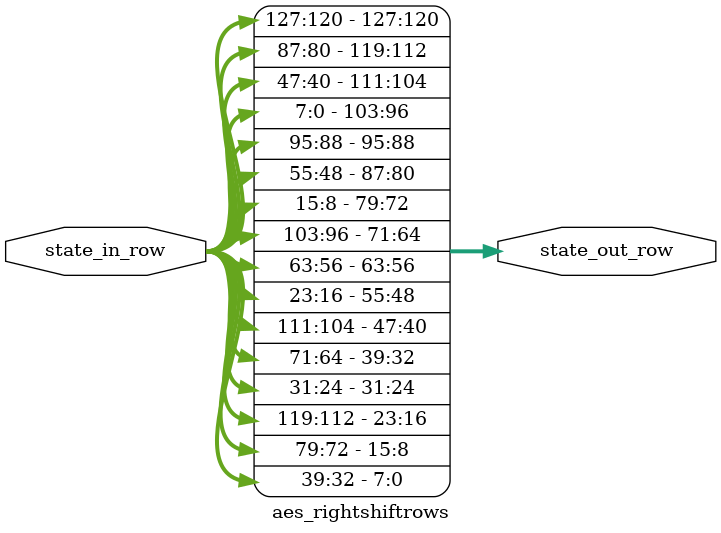
<source format=v>
module aes_rightshiftrows(
    input [127:0] state_in_row,
    output [127:0] state_out_row
    );
    
    //row 0  no shift 
    assign state_out_row[127:120]=state_in_row[127:120];
    assign state_out_row[95:88]=state_in_row[95:88];
    assign state_out_row[63:56]=state_in_row[63:56];
    assign state_out_row[31:24]=state_in_row[31:24];
//row1    right shift 1 
    assign state_out_row[55:48] = state_in_row[23:16];  
    assign state_out_row[87:80] = state_in_row[55:48];   
    assign state_out_row[119:112] = state_in_row[87:80];   
    assign state_out_row[23:16] = state_in_row[119:112];   
//row 2     right shift 2
    assign state_out_row[111:104] = state_in_row[47:40];
    assign state_out_row[79:72] = state_in_row[15:8];
    assign state_out_row[47:40] = state_in_row[111:104];
    assign state_out_row[15:8] = state_in_row[79:72];
//row 3    right shift 3
    assign state_out_row[7:0] = state_in_row[39:32];  
    assign state_out_row[103:96] = state_in_row[7:0];  
    assign state_out_row[71:64] = state_in_row[103:96];  
    assign state_out_row[39:32] = state_in_row[71:64];  

    endmodule

</source>
